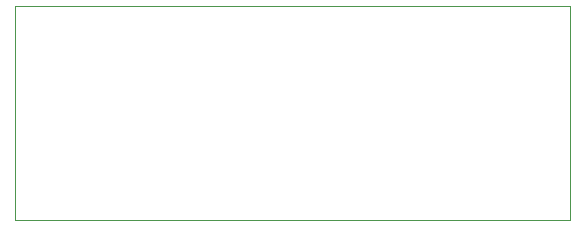
<source format=gbr>
%TF.GenerationSoftware,KiCad,Pcbnew,7.0.6*%
%TF.CreationDate,2024-01-08T15:45:08+11:00*%
%TF.ProjectId,turbidity_sensor_v2,74757262-6964-4697-9479-5f73656e736f,0.1.0*%
%TF.SameCoordinates,Original*%
%TF.FileFunction,Profile,NP*%
%FSLAX46Y46*%
G04 Gerber Fmt 4.6, Leading zero omitted, Abs format (unit mm)*
G04 Created by KiCad (PCBNEW 7.0.6) date 2024-01-08 15:45:08*
%MOMM*%
%LPD*%
G01*
G04 APERTURE LIST*
%TA.AperFunction,Profile*%
%ADD10C,0.100000*%
%TD*%
G04 APERTURE END LIST*
D10*
X100000000Y-99631427D02*
X147000000Y-99631427D01*
X147000000Y-117753044D01*
X100000000Y-117753044D01*
X100000000Y-99631427D01*
M02*

</source>
